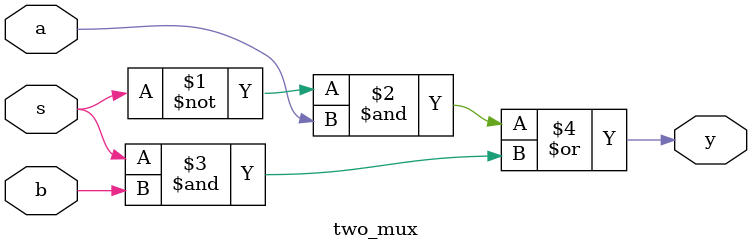
<source format=v>
module two_mux(a,b,s,y);
input a,b,s;
output y;
assign y = (~s&a) | (s&b);
endmodule
</source>
